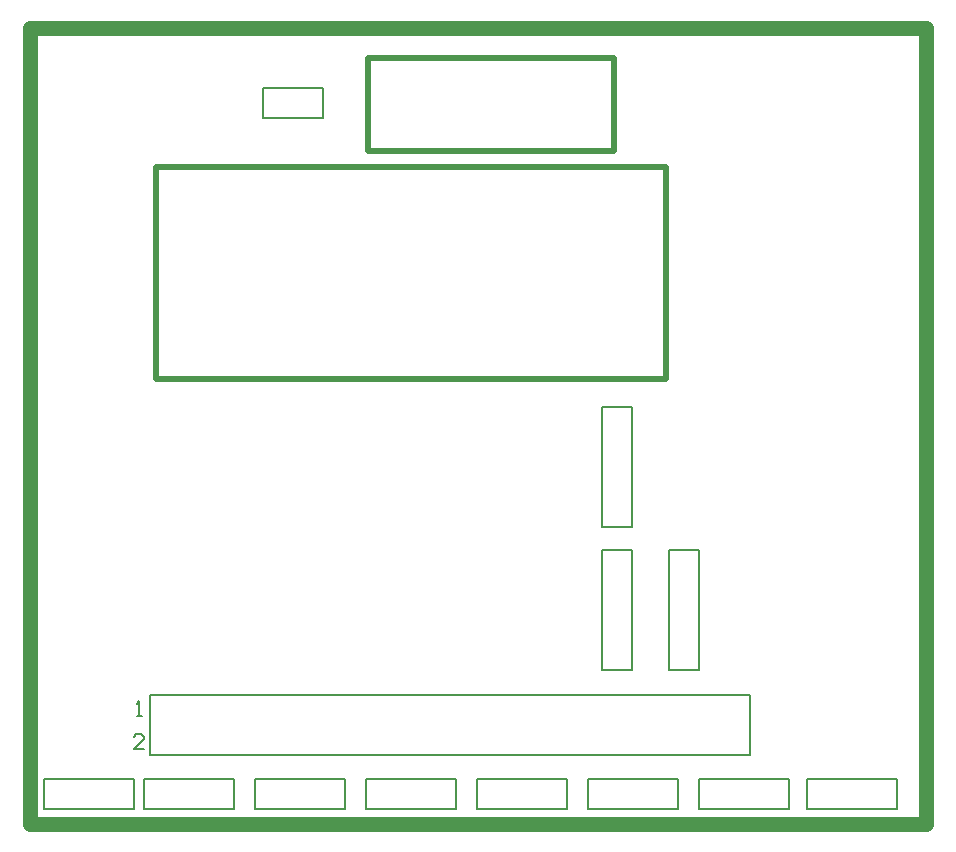
<source format=gto>
G04 Layer_Color=65535*
%FSLAX43Y43*%
%MOMM*%
G71*
G01*
G75*
%ADD11C,0.500*%
%ADD13C,1.270*%
%ADD20C,0.200*%
%ADD21C,0.203*%
D11*
X65151Y87122D02*
Y105029D01*
X108331D01*
Y87122D02*
Y105029D01*
X65151Y87122D02*
X108331D01*
X83058Y106426D02*
X103886D01*
X83058D02*
Y114300D01*
X103886D01*
Y106426D02*
Y114300D01*
D13*
X54483Y49403D02*
Y116840D01*
Y49403D02*
X130302D01*
Y116840D01*
X54483D02*
X130302D01*
D20*
X108585Y62484D02*
X111125D01*
X108585D02*
Y72644D01*
X111125Y62484D02*
Y72644D01*
X108585D02*
X111125D01*
X102870Y74549D02*
X105410D01*
X102870D02*
Y84709D01*
X105410Y74549D02*
Y84709D01*
X102870D02*
X105410D01*
X73533Y50673D02*
Y53213D01*
X81153D01*
Y50673D02*
Y53213D01*
X73533Y50673D02*
X81153D01*
X102870Y62484D02*
X105410D01*
X102870D02*
Y72644D01*
X105410Y62484D02*
Y72644D01*
X102870D02*
X105410D01*
X111125Y50673D02*
Y53213D01*
X118745D01*
Y50673D02*
Y53213D01*
X111125Y50673D02*
X118745D01*
X101727D02*
Y53213D01*
X109347D01*
Y50673D02*
Y53213D01*
X101727Y50673D02*
X109347D01*
X92329D02*
Y53213D01*
X99949D01*
Y50673D02*
Y53213D01*
X92329Y50673D02*
X99949D01*
X82931D02*
Y53213D01*
X90551D01*
Y50673D02*
Y53213D01*
X82931Y50673D02*
X90551D01*
X64135D02*
Y53213D01*
X71755D01*
Y50673D02*
Y53213D01*
X64135Y50673D02*
X71755D01*
X120269D02*
X127889D01*
Y53213D01*
X120269D02*
X127889D01*
X120269Y50673D02*
Y53213D01*
X74168Y109220D02*
Y111760D01*
X79248D01*
Y109220D02*
Y111760D01*
X74168Y109220D02*
X79248D01*
X115443Y55245D02*
Y60325D01*
X64643Y55245D02*
Y60325D01*
X115443D01*
X64643Y55245D02*
X115443D01*
X55626Y50673D02*
Y53213D01*
X63246D01*
Y50673D02*
Y53213D01*
X55626Y50673D02*
X63246D01*
D21*
X64092Y55753D02*
X63246D01*
X64092Y56599D01*
Y56811D01*
X63881Y57023D01*
X63458D01*
X63246Y56811D01*
X63500Y58547D02*
X63923D01*
X63712D01*
Y59817D01*
X63500Y59605D01*
M02*

</source>
